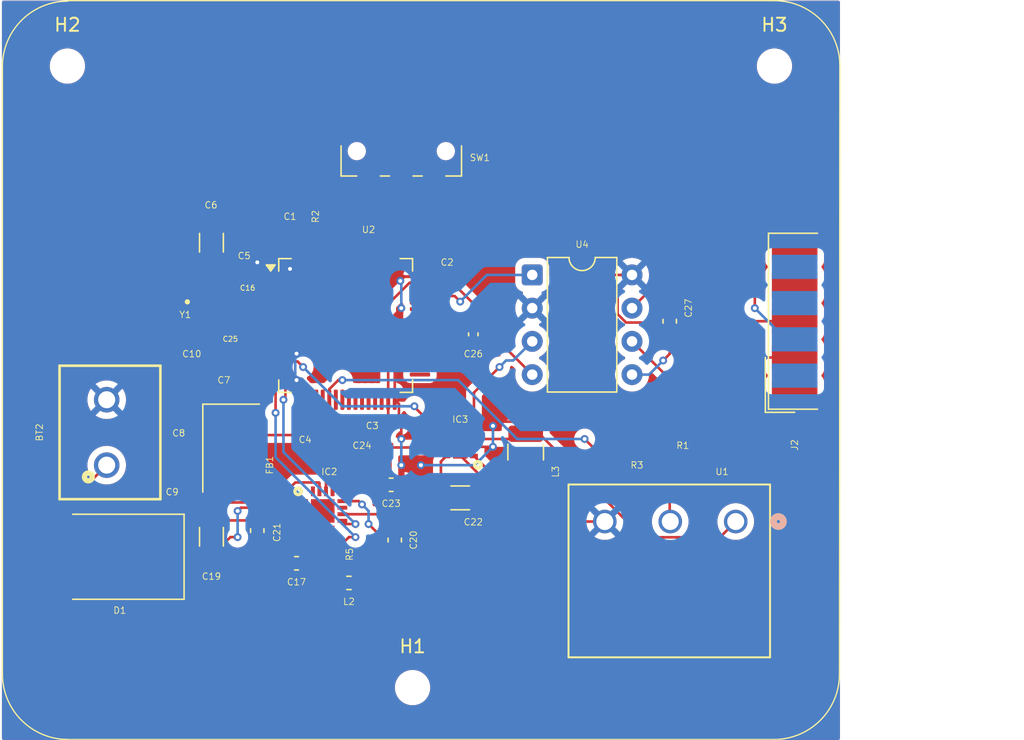
<source format=kicad_pcb>
(kicad_pcb (version 20241229) (generator "pcbnew") (generator_version "9.0")
  (layers (0 "F.Cu" signal) (2 "B.Cu" signal) (13 "F.Paste" user) (15 "B.Paste" user) (5 "F.SilkS" user "F.Silkscreen") (7 "B.SilkS" user "B.Silkscreen") (1 "F.Mask" user) (3 "B.Mask" user) (25 "Edge.Cuts" user))
  (net 0 "")
  (net 1 "GND")
  (net 2 "+3.3V")
  (net 3 "+3.3VA")
  (net 4 "/NRST")
  (net 5 "Net-(U2-PH0)")
  (net 6 "Net-(C17-Pad2)")
  (net 7 "+5V")
  (net 8 "/Bat")
  (net 9 "Net-(IC2-BST)")
  (net 10 "Net-(IC2-VSW_2)")
  (net 11 "Net-(U2-VCAP_1)")
  (net 12 "Net-(U2-PH1)")
  (net 13 "/CAN_RXD")
  (net 14 "Net-(U4-SPLIT)")
  (net 16 "/EN")
  (net 23 "/PG")
  (net 25 "/BYP")
  (net 26 "Net-(IC3-SW)")
  (net 30 "Net-(U4-CANH)")
  (net 32 "Net-(U4-CANL)")
  (net 35 "Net-(U1-Signal)")
  (net 36 "/BOOT0")
  (net 37 "/SWBOOT0")
  (net 38 "/ADC")
  (net 59 "/CAN_TXD")
  (net 82 "Net-(BT2-+)")
  (footprint "Custom_FP:OSCCC200X160X50N" (layer "F.Cu") (at 130.91 78.76)
    (property "Reference" "Y1")
    (property "Value" "CX2016SA16000D0GSSCC")
  )
  (footprint "Capacitor_SMD:C_0201_0603Metric" (layer "F.Cu") (at 133.5 78 90)
    (property "Reference" "C16")
    (property "Value" "8pF")
  )
  (footprint "Capacitor_SMD:C_0201_0603Metric" (layer "F.Cu") (at 133.5 75.82 90)
    (property "Reference" "C5")
    (property "Value" "100n")
  )
  (footprint "Custom_FP:691137710002" (layer "F.Cu") (at 123 88 90)
    (property "Reference" "BT2")
    (property "Value" "Battery_Cell")
  )
  (footprint "Diode_SMD:D_SMC" (layer "F.Cu") (at 124 97.5 180)
    (property "Reference" "D1")
    (property "Value" "D_Schottky")
  )
  (footprint "Capacitor_SMD:C_0603_1608Metric" (layer "F.Cu") (at 166 79.5 -90)
    (property "Reference" "C27")
    (property "Value" "4700pF")
  )
  (footprint "Capacitor_SMD:C_0603_1608Metric" (layer "F.Cu") (at 145 96.225 -90)
    (property "Reference" "C20")
    (property "Value" "200nF")
  )
  (footprint "Capacitor_SMD:C_1206_3216Metric" (layer "F.Cu") (at 131 95.975 90)
    (property "Reference" "C19")
    (property "Value" "10uF")
  )
  (footprint "Inductor_SMD:L_1210_3225Metric" (layer "F.Cu") (at 155 89.5 -90)
    (property "Reference" "L3")
    (property "Value" "3.3uH")
  )
  (footprint "Crystal:Crystal_SMD_0603-4Pin_6.0x3.5mm" (layer "F.Cu") (at 132.5 89.2 -90)
    (property "Reference" "FB1")
    (property "Value" "FerriteBead")
  )
  (footprint "Capacitor_SMD:C_0201_0603Metric" (layer "F.Cu") (at 128.5 91.5 180)
    (property "Reference" "C9")
    (property "Value" "1u")
  )
  (footprint "Connector_Dsub:DSUB-9_Pins_EdgeMount_P2.77mm" (layer "F.Cu") (at 175.5425 79.5 90)
    (property "Reference" "J2")
    (property "Value" "DE9_Pins")
  )
  (footprint "Package_QFP:LQFP-64_10x10mm_P0.5mm" (layer "F.Cu") (at 141.25 79.825)
    (property "Reference" "U2")
    (property "Value" "STM32F446RETx")
  )
  (footprint "Capacitor_SMD:C_0201_0603Metric" (layer "F.Cu") (at 133.5 79.82 90)
    (property "Reference" "C25")
    (property "Value" "8pF")
  )
  (footprint "MountingHole:MountingHole_2.2mm_M2" (layer "F.Cu") (at 146.36 107.5)
    (property "Reference" "H1")
    (property "Value" "MountingHole")
  )
  (footprint "Resistor_SMD:R_0201_0603Metric" (layer "F.Cu") (at 140.5 97.32 -90)
    (property "Reference" "R5")
    (property "Value" "10K")
  )
  (footprint "Capacitor_SMD:C_0201_0603Metric" (layer "F.Cu") (at 144.345 89)
    (property "Reference" "C24")
    (property "Value" "4.7uF")
  )
  (footprint "Capacitor_SMD:C_0201_0603Metric" (layer "F.Cu") (at 131.5 82 180)
    (property "Reference" "C10")
    (property "Value" "100n")
  )
  (footprint "Capacitor_SMD:C_1206_3216Metric" (layer "F.Cu") (at 150 93 180)
    (property "Reference" "C22")
    (property "Value" "10uF")
  )
  (footprint "Capacitor_SMD:C_0201_0603Metric" (layer "F.Cu") (at 133 83.5 90)
    (property "Reference" "C7")
    (property "Value" "10n")
  )
  (footprint "Capacitor_SMD:C_0402_1005Metric" (layer "F.Cu") (at 151 80.5 -90)
    (property "Reference" "C26")
    (property "Value" "30pF")
  )
  (footprint "Resistor_SMD:R_0201_0603Metric" (layer "F.Cu") (at 164.5 90.155 -90)
    (property "Reference" "R3")
    (property "Value" "6.2k")
  )
  (footprint "Custom_FP:TPS61291DRVR" (layer "F.Cu") (at 150 89.15 180)
    (property "Reference" "IC3")
    (property "Value" "TPS61291DRVR" (hide yes))
  )
  (footprint "Button_Switch_SMD:SW_SPDT_CK_JS102011SAQN" (layer "F.Cu") (at 145.5 66.5 180)
    (property "Reference" "SW1")
    (property "Value" "BootSW")
  )
  (footprint "Custom_FP:CONN_1988817" (layer "F.Cu") (at 160.891416 94.81 180)
    (property "Reference" "U1")
    (property "Value" "Texense_VR-TA-G")
  )
  (footprint "Capacitor_SMD:C_0201_0603Metric" (layer "F.Cu") (at 145 87.5 180)
    (property "Reference" "C3")
    (property "Value" "100n")
  )
  (footprint "Capacitor_SMD:C_0201_0603Metric" (layer "F.Cu") (at 128.5 87 180)
    (property "Reference" "C8")
    (property "Value" "1u")
  )
  (footprint "Capacitor_SMD:C_0603_1608Metric" (layer "F.Cu") (at 134.5 95.5 90)
    (property "Reference" "C21")
    (property "Value" "22uF")
  )
  (footprint "Capacitor_SMD:C_0603_1608Metric" (layer "F.Cu") (at 144.725 92 180)
    (property "Reference" "C23")
    (property "Value" "22uF")
  )
  (footprint "Inductor_SMD:L_0603_1608Metric" (layer "F.Cu") (at 141.5 99.5 180)
    (property "Reference" "L2")
    (property "Value" "4.7uH")
  )
  (footprint "Capacitor_SMD:C_0201_0603Metric" (layer "F.Cu") (at 137.5 72.5)
    (property "Reference" "C1")
    (property "Value" "100n")
  )
  (footprint "Capacitor_SMD:C_0201_0603Metric" (layer "F.Cu") (at 138.155 87.5 180)
    (property "Reference" "C4")
    (property "Value" "100n")
  )
  (footprint "MountingHole:MountingHole_2.2mm_M2" (layer "F.Cu") (at 174 60)
    (property "Reference" "H3")
    (property "Value" "MountingHole")
  )
  (footprint "Capacitor_SMD:C_1206_3216Metric" (layer "F.Cu") (at 131 73.5 -90)
    (property "Reference" "C6")
    (property "Value" "10u")
  )
  (footprint "Custom_FP:TS30011-M050QFNR" (layer "F.Cu") (at 139.5 94)
    (property "Reference" "IC2")
    (property "Value" "TS30011-M050QFNR" (hide yes))
  )
  (footprint "Resistor_SMD:R_0201_0603Metric" (layer "F.Cu") (at 140 71.5 90)
    (property "Reference" "R2")
    (property "Value" "10K")
  )
  (footprint "Package_DIP:DIP-8_W7.62mm" (layer "F.Cu") (at 155.5 75.96)
    (property "Reference" "U4")
    (property "Value" "MCP2561-E-P" (hide yes))
  )
  (footprint "Resistor_SMD:R_0201_0603Metric" (layer "F.Cu") (at 166 89.655 90)
    (property "Reference" "R1")
    (property "Value" "3.3k")
  )
  (footprint "Capacitor_SMD:C_0201_0603Metric" (layer "F.Cu") (at 149 76.5 -90)
    (property "Reference" "C2")
    (property "Value" "100n")
  )
  (footprint "MountingHole:MountingHole_2.2mm_M2" (layer "F.Cu") (at 120 60)
    (property "Reference" "H2")
    (property "Value" "MountingHole")
  )
  (footprint "Capacitor_SMD:C_0603_1608Metric" (layer "F.Cu") (at 137.5 98 180)
    (property "Reference" "C17")
    (property "Value" "22uF")
  )
  (gr_arc (start 178.964466 106.464466) (mid 177.5 110) (end 173.964466 111.464466) (stroke (width 0.1)) (layer "F.SilkS"))
  (gr_arc (start 115.035534 60.035534) (mid 116.5 56.5) (end 120.035534 55.035534) (stroke (width 0.1)) (layer "F.SilkS"))
  (gr_line (start 174 55) (end 120.035534 55) (stroke (width 0.1)) (layer "F.SilkS"))
  (gr_line (start 115.035534 60.03553) (end 115.035534 106.5) (stroke (width 0.1)) (layer "F.SilkS"))
  (gr_arc (start 174 55) (mid 177.535534 56.464466) (end 179 60) (stroke (width 0.1)) (layer "F.SilkS"))
  (gr_line (start 119.5 111.464465) (end 173.964466 111.464465) (stroke (width 0.1)) (layer "F.SilkS"))
  (gr_line (start 179 60) (end 178.964465 106.464466) (stroke (width 0.1)) (layer "F.SilkS"))
  (gr_arc (start 120.035534 111.464466) (mid 116.5 110) (end 115.035534 106.464466) (stroke (width 0.1)) (layer "F.SilkS"))
  (segment (start 131.525 75.5) (end 131 74.975) (width 0.2) (layer "F.Cu") (net 1))
  (segment (start 165.124 79.601) (end 166 78.725) (width 0.2) (layer "F.Cu") (net 1))
  (segment (start 131.225 94.725) (end 131 94.5) (width 0.2) (layer "F.Cu") (net 1))
  (segment (start 137.835 87.34013) (end 137.835 87.5) (width 0.2) (layer "F.Cu") (net 1))
  (segment (start 128.18 87) (end 128.18 91.5) (width 0.2) (layer "F.Cu") (net 1))
  (segment (start 131.5 78.05057) (end 131.5 78.02) (width 0.2) (layer "F.Cu") (net 1))
  (segment (start 148.95 89.15) (end 144.815 89.15) (width 0.2) (layer "F.Cu") (net 1))
  (segment (start 161.041784 94.81) (end 155.04616 94.81) (width 0.2) (layer "F.Cu") (net 1))
  (segment (start 151 78.150057) (end 151 80.02) (width 0.2) (layer "F.Cu") (net 1))
  (segment (start 163.12 75.96) (end 158.04 75.96) (width 0.2) (layer "F.Cu") (net 1))
  (segment (start 131.5 78.02) (end 131.5 78.28943) (width 0.2) (layer "F.Cu") (net 1))
  (segment (start 138 85.5) (end 138 87.17513) (width 0.2) (layer "F.Cu") (net 1))
  (segment (start 134 75.5) (end 134.5 75) (width 0.2) (layer "F.Cu") (net 1))
  (segment (start 155.04616 94.81) (end 150 89.76384) (width 0.2) (layer "F.Cu") (net 1))
  (segment (start 162.019 78.95605) (end 162.66395 79.601) (width 0.2) (layer "F.Cu") (net 1))
  (segment (start 128.18 91.5) (end 128.18 91.300001) (width 0.2) (layer "F.Cu") (net 1))
  (segment (start 143.95 92) (end 144.665 91.285) (width 0.2) (layer "F.Cu") (net 1))
  (segment (start 138 74.958824) (end 138 74.15) (width 0.2) (layer "F.Cu") (net 1))
  (segment (start 129.624 76.351) (end 129.624 78.53457) (width 0.2) (layer "F.Cu") (net 1))
  (segment (start 128.18 91.300001) (end 131.279001 88.201) (width 0.2) (layer "F.Cu") (net 1))
  (segment (start 137.82 72.5) (end 138 72.68) (width 0.2) (layer "F.Cu") (net 1))
  (segment (start 137.5 84) (end 138 84.5) (width 0.2) (layer "F.Cu") (net 1))
  (segment (start 133.5 78.32) (end 131.8 78.32) (width 0.2) (layer "F.Cu") (net 1))
  (segment (start 148.525 93) (end 148.525 90.225) (width 0.2) (layer "F.Cu") (net 1))
  (segment (start 162.019 77.061) (end 162.019 78.95605) (width 0.2) (layer "F.Cu") (net 1))
  (segment (start 166 78.725) (end 166.775 79.5) (width 0.2) (layer "F.Cu") (net 1))
  (segment (start 150 89.76384) (end 150 89.15) (width 0.2) (layer "F.Cu") (net 1))
  (segment (start 162.66395 79.601) (end 165.124 79.601) (width 0.2) (layer "F.Cu") (net 1))
  (segment (start 137.097396 81.575) (end 137.497396 81.975) (width 0.2) (layer "F.Cu") (net 1))
  (segment (start 144.815 89.15) (end 144.665 89) (width 0.2) (layer "F.Cu") (net 1))
  (segment (start 137.975 94.725) (end 138 94.75) (width 0.2) (layer "F.Cu") (net 1))
  (segment (start 133 82.14303) (end 133 83.18) (width 0.2) (layer "F.Cu") (net 1))
  (segment (start 147.978824 76.82) (end 147.733824 76.575) (width 0.2) (layer "F.Cu") (net 1))
  (segment (start 130.78457 78.766) (end 131.5 78.05057) (width 0.2) (layer "F.Cu") (net 1))
  (segment (start 129.85543 78.766) (end 130.78457 78.766) (width 0.2) (layer "F.Cu") (net 1))
  (segment (start 149.669943 76.82) (end 151 78.150057) (width 0.2) (layer "F.Cu") (net 1))
  (segment (start 130.32 79.5) (end 130.32 81.14) (width 0.2) (layer "F.Cu") (net 1))
  (segment (start 124.5 87) (end 123 85.5) (width 0.2) (layer "F.Cu") (net 1))
  (segment (start 148 69.25) (end 149.669943 70.919943) (width 0.2) (layer "F.Cu") (net 1))
  (segment (start 153.98 80.02) (end 155.5 78.5) (width 0.2) (layer "F.Cu") (net 1))
  (segment (start 131.18 82.199999) (end 131.18 82) (width 0.2) (layer "F.Cu") (net 1))
  (segment (start 149 76.82) (end 149.669943 76.82) (width 0.2) (layer "F.Cu") (net 1))
  (segment (start 135.575 81.575) (end 133.56803 81.575) (width 0.2) (layer "F.Cu") (net 1))
  (segment (start 166.775 79.5) (end 175.5425 79.5) (width 0.2) (layer "F.Cu") (net 1))
  (segment (start 128.18 91.68) (end 128.18 91.5) (width 0.2) (layer "F.Cu") (net 1))
  (segment (start 132.160001 83.18) (end 131.18 82.199999) (width 0.2) (layer "F.Cu") (net 1))
  (segment (start 133.394 80.246) (end 130.621 80.246) (width 0.2) (layer "F.Cu") (net 1))
  (segment (start 144.5 85.5) (end 144.5 87.32) (width 0.2) (layer "F.Cu") (net 1))
  (segment (start 151 80.02) (end 153.98 80.02) (width 0.2) (layer "F.Cu") (net 1))
  (segment (start 130.32 79.945) (end 130.32 79.5) (width 0.2) (layer "F.Cu") (net 1))
  (segment (start 131.5 78.28943) (end 130.32 79.46943) (width 0.2) (layer "F.Cu") (net 1))
  (segment (start 134.5 94.725) (end 137.975 94.725) (width 0.2) (layer "F.Cu") (net 1))
  (segment (start 139.25 91.873) (end 139.201 91.824) (width 0.2) (layer "F.Cu") (net 1))
  (segment (start 131.8 78.32) (end 131.5 78.02) (width 0.2) (layer "F.Cu") (net 1))
  (segment (start 132.151 93.349) (end 131 94.5) (width 0.2) (layer "F.Cu") (net 1))
  (segment (start 143.774 91.824) (end 139.799 91.824) (width 0.2) (layer "F.Cu") (net 1))
  (segment (start 144.5 87.32) (end 144.68 87.5) (width 0.2) (layer "F.Cu") (net 1))
  (segment (start 139.201 91.824) (end 137.401 91.824) (width 0.2) (layer "F.Cu") (net 1))
  (segment (start 130.32 79.46943) (end 130.32 79.5) (width 0.2) (layer "F.Cu") (net 1))
  (segment (start 135.876 93.349) (end 132.151 93.349) (width 0.2) (layer "F.Cu") (net 1))
  (segment (start 158.04 75.96) (end 155.5 78.5) (width 0.2) (layer "F.Cu") (net 1))
  (segment (start 133.56803 81.575) (end 133 82.14303) (width 0.2) (layer "F.Cu") (net 1))
  (segment (start 146.925 76.575) (end 146.116176 76.575) (width 0.2) (layer "F.Cu") (net 1))
  (segment (start 133.5 80.14) (end 133.394 80.246) (width 0.2) (layer "F.Cu") (net 1))
  (segment (start 139.25 92.5) (end 139.25 91.873) (width 0.2) (layer "F.Cu") (net 1))
  (segment (start 133.5 75.5) (end 134 75.5) (width 0.2) (layer "F.Cu") (net 1))
  (segment (start 133 83.18) (end 132.160001 83.18) (width 0.2) (layer "F.Cu") (net 1))
  (segment (start 150 89.15) (end 148.95 89.15) (width 0.2) (layer "F.Cu") (net 1))
  (segment (start 129.624 78.53457) (end 129.85543 78.766) (width 0.2) (layer "F.Cu") (net 1))
  (segment (start 146.116176 76.575) (end 144.5 78.191176) (width 0.2) (layer "F.Cu") (net 1))
  (segment (start 134.5 94.725) (end 131.225 94.725) (width 0.2) (layer "F.Cu") (net 1))
  (segment (start 133.5 75.5) (end 131.525 75.5) (width 0.2) (layer "F.Cu") (net 1))
  (segment (start 135.575 81.575) (end 137.097396 81.575) (width 0.2) (layer "F.Cu") (net 1))
  (segment (start 163.12 75.96) (end 162.019 77.061) (width 0.2) (layer "F.Cu") (net 1))
  (segment (start 148.525 90.225) (end 148.95 89.8) (width 0.2) (layer "F.Cu") (net 1))
  (segment (start 139.799 91.824) (end 139.75 91.873) (width 0.2) (layer "F.Cu") (net 1))
  (segment (start 128.18 91.699999) (end 128.18 91.5) (width 0.2) (layer "F.Cu") (net 1))
  (segment (start 137.401 91.824) (end 135.876 93.349) (width 0.2) (layer "F.Cu") (net 1))
  (segment (start 137 75.5) (end 137.458824 75.5) (width 0.2) (layer "F.Cu") (net 1))
  (segment (start 131.279001 88.201) (end 137.134 88.201) (width 0.2) (layer "F.Cu") (net 1))
  (segment (start 128.18 87) (end 124.5 87) (width 0.2) (layer "F.Cu") (net 1))
  (segment (start 138 84.5) (end 138 85.5) (width 0.2) (layer "F.Cu") (net 1))
  (segment (start 144.665 91.285) (end 144.665 89) (width 0.2) (layer "F.Cu") (net 1))
  (segment (start 143.95 92) (end 143.774 91.824) (width 0.2) (layer "F.Cu") (net 1))
  (segment (start 138 87.17513) (end 137.835 87.34013) (width 0.2) (layer "F.Cu") (net 1))
  (segment (start 137.134 88.201) (end 137.835 87.5) (width 0.2) (layer "F.Cu") (net 1))
  (segment (start 144.5 78.191176) (end 144.5 85.5) (width 0.2) (layer "F.Cu") (net 1))
  (segment (start 139.75 91.873) (end 139.75 92.5) (width 0.2) (layer "F.Cu") (net 1))
  (segment (start 131 94.5) (end 128.18 91.68) (width 0.2) (layer "F.Cu") (net 1))
  (segment (start 130.621 80.246) (end 130.32 79.945) (width 0.2) (layer "F.Cu") (net 1))
  (segment (start 137.458824 75.5) (end 138 74.958824) (width 0.2) (layer "F.Cu") (net 1))
  (segment (start 149 76.82) (end 147.978824 76.82) (width 0.2) (layer "F.Cu") (net 1))
  (segment (start 149.669943 70.919943) (end 149.669943 76.82) (width 0.2) (layer "F.Cu") (net 1))
  (segment (start 147.733824 76.575) (end 146.925 76.575) (width 0.2) (layer "F.Cu") (net 1))
  (segment (start 138 72.68) (end 138 74.15) (width 0.2) (layer "F.Cu") (net 1))
  (segment (start 131 74.975) (end 129.624 76.351) (width 0.2) (layer "F.Cu") (net 1))
  (segment (start 130.32 81.14) (end 131.18 82) (width 0.2) (layer "F.Cu") (net 1))
  (via (at 137 75.5) (size 0.6) (drill 0.3) (layers "F.Cu" "B.Cu") (net 1))
  (via (at 137.5 84) (size 0.6) (drill 0.3) (layers "F.Cu" "B.Cu") (net 1))
  (via (at 134.5 75) (size 0.6) (drill 0.3) (layers "F.Cu" "B.Cu") (net 1))
  (via (at 137.497396 81.975) (size 0.6) (drill 0.3) (layers "F.Cu" "B.Cu") (net 1))
  (segment (start 134.5 75) (end 136.5 75) (width 0.2) (layer "B.Cu") (net 1))
  (segment (start 137.497396 81.975) (end 137.399 82.073396) (width 0.2) (layer "B.Cu") (net 1))
  (segment (start 137.399 83.899) (end 137.5 84) (width 0.2) (layer "B.Cu") (net 1))
  (segment (start 136.5 75) (end 137 75.5) (width 0.2) (layer "B.Cu") (net 1))
  (segment (start 137.399 82.073396) (end 137.399 83.899) (width 0.2) (layer "B.Cu") (net 1))
  (segment (start 131.3 91.4) (end 133.2 89.5) (width 0.2) (layer "F.Cu") (net 2))
  (segment (start 131.2 91.5) (end 131.3 91.4) (width 0.2) (layer "F.Cu") (net 2))
  (segment (start 133.5 76.14) (end 133.565 76.075) (width 0.2) (layer "F.Cu") (net 2))
  (segment (start 133.565 76.075) (end 135.575 76.075) (width 0.2) (layer "F.Cu") (net 2))
  (segment (start 131 72.025) (end 136.705 72.025) (width 0.2) (layer "F.Cu") (net 2))
  (segment (start 137.18 72.300001) (end 137.18 72.5) (width 0.2) (layer "F.Cu") (net 2))
  (segment (start 143 69.25) (end 140.230001 69.25) (width 0.2) (layer "F.Cu") (net 2))
  (segment (start 138.475 87.699999) (end 138.475 87.5) (width 0.2) (layer "F.Cu") (net 2))
  (segment (start 152.5 89.1) (end 151.1 89.1) (width 0.2) (layer "F.Cu") (net 2))
  (segment (start 145.5 88.5) (end 145.5 87.68) (width 0.2) (layer "F.Cu") (net 2))
  (segment (start 133.2 89.5) (end 136.674999 89.5) (width 0.2) (layer "F.Cu") (net 2))
  (segment (start 140.230001 69.25) (end 137.18 72.300001) (width 0.2) (layer "F.Cu") (net 2))
  (segment (start 145.5 90.5) (end 147 90.5) (width 0.2) (layer "F.Cu") (net 2))
  (segment (start 145.32 85.82) (end 145.32 87.5) (width 0.2) (layer "F.Cu") (net 2))
  (segment (start 137.18 73.83) (end 137.18 72.5) (width 0.2) (layer "F.Cu") (net 2))
  (segment (start 137.5 74.15) (end 137.18 73.83) (width 0.2) (layer "F.Cu") (net 2))
  (segment (start 145 79) (end 145.5 78.5) (width 0.2) (layer "F.Cu") (net 2))
  (segment (start 138.475 87.5) (end 138.475 85.525) (width 0.2) (layer "F.Cu") (net 2))
  (segment (start 135.575 76.075) (end 135.601 76.101) (width 0.2) (layer "F.Cu") (net 2))
  (segment (start 145.421323 76.421323) (end 145.767646 76.075) (width 0.2) (layer "F.Cu") (net 2))
  (segment (start 145 85.5) (end 145 79) (width 0.2) (layer "F.Cu") (net 2))
  (segment (start 163.839 87.174) (end 152.826 87.174) (width 0.2) (layer "F.Cu") (net 2))
  (segment (start 145 85.5) (end 145.32 85.82) (width 0.2) (layer "F.Cu") (net 2))
  (segment (start 128.82 91.5) (end 131.2 91.5) (width 0.2) (layer "F.Cu") (net 2))
  (segment (start 148.895 76.075) (end 146.925 76.075) (width 0.2) (layer "F.Cu") (net 2))
  (segment (start 145.5 87.68) (end 145.32 87.5) (width 0.2) (layer "F.Cu") (net 2))
  (segment (start 138.475 85.525) (end 138.5 85.5) (width 0.2) (layer "F.Cu") (net 2))
  (segment (start 136.674999 89.5) (end 138.475 87.699999) (width 0.2) (layer "F.Cu") (net 2))
  (segment (start 136.705 72.025) (end 137.18 72.5) (width 0.2) (layer "F.Cu") (net 2))
  (segment (start 166 89.335) (end 163.839 87.174) (width 0.2) (layer "F.Cu") (net 2))
  (segment (start 145.5 92) (end 145.5 90.5) (width 0.2) (layer "F.Cu") (net 2))
  (segment (start 145.767646 76.075) (end 146.925 76.075) (width 0.2) (layer "F.Cu") (net 2))
  (segment (start 149 76.18) (end 148.895 76.075) (width 0.2) (layer "F.Cu") (net 2))
  (segment (start 146.899 76.101) (end 146.925 76.075) (width 0.2) (layer "F.Cu") (net 2))
  (segment (start 135.601 76.101) (end 146.899 76.101) (width 0.2) (layer "F.Cu") (net 2))
  (segment (start 151.1 89.1) (end 151.05 89.15) (width 0.2) (layer "F.Cu") (net 2))
  (segment (start 135.575 76.075) (end 137.5 74.15) (width 0.2) (layer "F.Cu") (net 2))
  (segment (start 152.826 87.174) (end 152.5 87.5) (width 0.2) (layer "F.Cu") (net 2))
  (via (at 145.421323 76.421323) (size 0.6) (drill 0.3) (layers "F.Cu" "B.Cu") (net 2))
  (via (at 145.5 78.5) (size 0.6) (drill 0.3) (layers "F.Cu" "B.Cu") (net 2))
  (via (at 152.5 87.5) (size 0.6) (drill 0.3) (layers "F.Cu" "B.Cu") (net 2))
  (via (at 147 90.5) (size 0.6) (drill 0.3) (layers "F.Cu" "B.Cu") (net 2))
  (via (at 145.5 88.5) (size 0.6) (drill 0.3) (layers "F.Cu" "B.Cu") (net 2))
  (via (at 152.5 89.1) (size 0.6) (drill 0.3) (layers "F.Cu" "B.Cu") (net 2))
  (via (at 145.5 90.5) (size 0.6) (drill 0.3) (layers "F.Cu" "B.Cu") (net 2))
  (segment (start 147 90.5) (end 151.1 90.5) (width 0.2) (layer "B.Cu") (net 2))
  (segment (start 151.1 90.5) (end 152.5 89.1) (width 0.2) (layer "B.Cu") (net 2))
  (segment (start 145.5 76.5) (end 145.421323 76.421323) (width 0.2) (layer "B.Cu") (net 2))
  (segment (start 152.5 87.5) (end 152.5 89.1) (width 0.2) (layer "B.Cu") (net 2))
  (segment (start 145.5 78.5) (end 145.5 76.5) (width 0.2) (layer "B.Cu") (net 2))
  (segment (start 145.5 90.5) (end 145.5 88.5) (width 0.2) (layer "B.Cu") (net 2))
  (segment (start 135.575 82.075) (end 134.766176 82.075) (width 0.2) (layer "F.Cu") (net 3))
  (segment (start 133.501 83.518999) (end 133.199999 83.82) (width 0.2) (layer "F.Cu") (net 3))
  (segment (start 133.501 83.340176) (end 133.501 83.518999) (width 0.2) (layer "F.Cu") (net 3))
  (segment (start 134.766176 82.075) (end 133.501 83.340176) (width 0.2) (layer "F.Cu") (net 3))
  (segment (start 131.3 87) (end 128.82 87) (width 0.2) (layer "F.Cu") (net 3))
  (segment (start 133.199999 83.82) (end 133 83.82) (width 0.2) (layer "F.Cu") (net 3))
  (segment (start 133 85.3) (end 131.3 87) (width 0.2) (layer "F.Cu") (net 3))
  (segment (start 133 83.82) (end 133 85.3) (width 0.2) (layer "F.Cu") (net 3))
  (segment (start 135.575 79.075) (end 134.76713 79.075) (width 0.2) (layer "F.Cu") (net 4))
  (segment (start 134.001 80.43887) (end 132.43987 82) (width 0.2) (layer "F.Cu") (net 4))
  (segment (start 134.001 79.84113) (end 134.001 80.43887) (width 0.2) (layer "F.Cu") (net 4))
  (segment (start 134.76713 79.075) (end 134.001 79.84113) (width 0.2) (layer "F.Cu") (net 4))
  (segment (start 132.43987 82) (end 131.82 82) (width 0.2) (layer "F.Cu") (net 4))
  (segment (start 135.575 78.075) (end 134.05487 78.075) (width 0.2) (layer "F.Cu") (net 5))
  (segment (start 130.32 77.575) (end 130.715 77.18) (width 0.2) (layer "F.Cu") (net 5))
  (segment (start 133 77.18) (end 133.5 77.68) (width 0.2) (layer "F.Cu") (net 5))
  (segment (start 130.32 78.02) (end 130.32 77.575) (width 0.2) (layer "F.Cu") (net 5))
  (segment (start 133.65987 77.68) (end 133.5 77.68) (width 0.2) (layer "F.Cu") (net 5))
  (segment (start 134.05487 78.075) (end 133.65987 77.68) (width 0.2) (layer "F.Cu") (net 5))
  (segment (start 130.715 77.18) (end 133 77.18) (width 0.2) (layer "F.Cu") (net 5))
  (segment (start 136.225 98) (end 134.5 96.275) (width 0.2) (layer "F.Cu") (net 6))
  (segment (start 136.725 98) (end 136.225 98) (width 0.2) (layer "F.Cu") (net 6))
  (segment (start 151.05 88.5) (end 151.05 84.95) (width 0.2) (layer "F.Cu") (net 7))
  (segment (start 171.041784 94.81) (end 169.839084 96.0127) (width 0.2) (layer "F.Cu") (net 7))
  (segment (start 163.945359 96.0127) (end 156.032659 88.1) (width 0.2) (layer "F.Cu") (net 7))
  (segment (start 151.05 84.95) (end 153 83) (width 0.2) (layer "F.Cu") (net 7))
  (segment (start 140.5 99.2875) (end 140.7125 99.5) (width 0.2) (layer "F.Cu") (net 7))
  (segment (start 140.5 97.64) (end 140.5 99.2875) (width 0.2) (layer "F.Cu") (net 7))
  (segment (start 141.4885 100.276) (end 140.7125 99.5) (width 0.2) (layer "F.Cu") (net 7))
  (segment (start 144.199 100.276) (end 141.4885 100.276) (width 0.2) (layer "F.Cu") (net 7))
  (segment (start 154.6 88.5) (end 155 88.1) (width 0.2) (layer "F.Cu") (net 7))
  (segment (start 156.032659 88.1) (end 155 88.1) (width 0.2) (layer "F.Cu") (net 7))
  (segment (start 138.275 95.975) (end 138.75 95.5) (width 0.2) (layer "F.Cu") (net 7))
  (segment (start 138.275 98) (end 138.275 95.975) (width 0.2) (layer "F.Cu") (net 7))
  (segment (start 138.635 97.64) (end 138.275 98) (width 0.2) (layer "F.Cu") (net 7))
  (segment (start 151.475 93) (end 144.199 100.276) (width 0.2) (layer "F.Cu") (net 7))
  (segment (start 151.05 88.5) (end 154.6 88.5) (width 0.2) (layer "F.Cu") (net 7))
  (segment (start 140.5 97.64) (end 138.635 97.64) (width 0.2) (layer "F.Cu") (net 7))
  (segment (start 169.839084 96.0127) (end 163.945359 96.0127) (width 0.2) (layer "F.Cu") (net 7))
  (via (at 153 83) (size 0.6) (drill 0.3) (layers "F.Cu" "B.Cu") (net 7))
  (segment (start 153 83) (end 153.5 82.5) (width 0.2) (layer "B.Cu") (net 7))
  (segment (start 154.04 82.5) (end 155.5 81.04) (width 0.2) (layer "B.Cu") (net 7))
  (segment (start 153.5 82.5) (end 154.04 82.5) (width 0.2) (layer "B.Cu") (net 7))
  (segment (start 130.95 97.5) (end 131 97.45) (width 0.2) (layer "F.Cu") (net 8))
  (segment (start 132.45 96) (end 131 97.45) (width 0.2) (layer "F.Cu") (net 8))
  (segment (start 133.25 93.75) (end 133 94) (width 0.2) (layer "F.Cu") (net 8))
  (segment (start 138 93.75) (end 133.25 93.75) (width 0.2) (layer "F.Cu") (net 8))
  (segment (start 133 96) (end 132.45 96) (width 0.2) (layer "F.Cu") (net 8))
  (segment (start 127.4 97.5) (end 130.95 97.5) (width 0.2) (layer "F.Cu") (net 8))
  (via (at 133 96) (size 0.6) (drill 0.3) (layers "F.Cu" "B.Cu") (net 8))
  (via (at 133 94) (size 0.6) (drill 0.3) (layers "F.Cu" "B.Cu") (net 8))
  (segment (start 133 94) (end 133 96) (width 0.2) (layer "B.Cu") (net 8))
  (segment (start 144.95 95.45) (end 145 95.45) (width 0.2) (layer "F.Cu") (net 9))
  (segment (start 143.75 94.25) (end 144.95 95.45) (width 0.2) (layer "F.Cu") (net 9))
  (segment (start 141 94.25) (end 143.75 94.25) (width 0.2) (layer "F.Cu") (net 9))
  (segment (start 142.5 99.5) (end 142.2875 99.5) (width 0.2) (layer "F.Cu") (net 10))
  (segment (start 142.5 93.5) (end 142.25 93.25) (width 0.2) (layer "F.Cu") (net 10))
  (segment (start 142.25 93.25) (end 141 93.25) (width 0.2) (layer "F.Cu") (net 10))
  (segment (start 145 97) (end 142.5 99.5) (width 0.2) (layer "F.Cu") (net 10))
  (segment (start 145 97) (end 143 95) (width 0.2) (layer "F.Cu") (net 10))
  (via (at 142.5 93.5) (size 0.6) (drill 0.3) (layers "F.Cu" "B.Cu") (net 10))
  (via (at 143 95) (size 0.6) (drill 0.3) (layers "F.Cu" "B.Cu") (net 10))
  (segment (start 143 95) (end 143 94) (width 0.2) (layer "B.Cu") (net 10))
  (segment (start 143 94) (end 142.5 93.5) (width 0.2) (layer "B.Cu") (net 10))
  (segment (start 131.5 79.5) (end 133.5 79.5) (width 0.2) (layer "F.Cu") (net 12))
  (segment (start 133.5 79.420588) (end 133.5 79.5) (width 0.2) (layer "F.Cu") (net 12))
  (segment (start 134.345588 78.575) (end 133.5 79.420588) (width 0.2) (layer "F.Cu") (net 12))
  (segment (start 135.575 78.575) (end 134.345588 78.575) (width 0.2) (layer "F.Cu") (net 12))
  (segment (start 151 80.98) (end 152.9 80.98) (width 0.2) (layer "F.Cu") (net 13))
  (segment (start 151 80.98) (end 148.095 78.075) (width 0.2) (layer "F.Cu") (net 13))
  (segment (start 152.9 80.98) (end 155.5 83.58) (width 0.2) (layer "F.Cu") (net 13))
  (segment (start 148.095 78.075) (end 146.925 78.075) (width 0.2) (layer "F.Cu") (net 13))
  (segment (start 166 80.275) (end 166 82) (width 0.2) (layer "F.Cu") (net 14))
  (segment (start 166 82) (end 165.5 82.5) (width 0.2) (layer "F.Cu") (net 14))
  (via (at 165.5 82.5) (size 0.6) (drill 0.3) (layers "F.Cu" "B.Cu") (net 14))
  (segment (start 165.5 82.5) (end 164.42 83.58) (width 0.2) (layer "B.Cu") (net 14))
  (segment (start 164.42 83.58) (end 163.12 83.58) (width 0.2) (layer "B.Cu") (net 14))
  (segment (start 136.651 85.349) (end 136.5 85.5) (width 0.2) (layer "F.Cu") (net 16))
  (segment (start 141.25 95) (end 141 94.75) (width 0.2) (layer "F.Cu") (net 16))
  (segment (start 136.651 83.342176) (end 136.651 85.349) (width 0.2) (layer "F.Cu") (net 16))
  (segment (start 142 95) (end 141.25 95) (width 0.2) (layer "F.Cu") (net 16))
  (segment (start 135.575 83.075) (end 136.383824 83.075) (width 0.2) (layer "F.Cu") (net 16))
  (segment (start 136.383824 83.075) (end 136.651 83.342176) (width 0.2) (layer "F.Cu") (net 16))
  (via (at 142 95) (size 0.6) (drill 0.3) (layers "F.Cu" "B.Cu") (net 16))
  (via (at 136.5 85.5) (size 0.6) (drill 0.3) (layers "F.Cu" "B.Cu") (net 16))
  (segment (start 136.5 85.5) (end 136.5 89.5) (width 0.2) (layer "B.Cu") (net 16))
  (segment (start 136.5 89.5) (end 142 95) (width 0.2) (layer "B.Cu") (net 16))
  (segment (start 141.5 96) (end 140.5 97) (width 0.2) (layer "F.Cu") (net 23))
  (segment (start 140.25 96.75) (end 140.5 97) (width 0.2) (layer "F.Cu") (net 23))
  (segment (start 142 96) (end 141.5 96) (width 0.2) (layer "F.Cu") (net 23))
  (segment (start 135.9 83.9) (end 135.9 86.5) (width 0.2) (layer "F.Cu") (net 23))
  (segment (start 135.575 83.575) (end 135.9 83.9) (width 0.2) (layer "F.Cu") (net 23))
  (segment (start 140.25 95.5) (end 140.25 96.75) (width 0.2) (layer "F.Cu") (net 23))
  (via (at 142 96) (size 0.6) (drill 0.3) (layers "F.Cu" "B.Cu") (net 23))
  (via (at 135.9 86.5) (size 0.6) (drill 0.3) (layers "F.Cu" "B.Cu") (net 23))
  (segment (start 135.9 89.9) (end 142 96) (width 0.2) (layer "B.Cu") (net 23))
  (segment (start 135.9 86.5) (end 135.9 89.9) (width 0.2) (layer "B.Cu") (net 23))
  (segment (start 148.95 88.5) (end 146.5 86.05) (width 0.2) (layer "F.Cu") (net 25))
  (segment (start 137.575 82.575) (end 135.575 82.575) (width 0.2) (layer "F.Cu") (net 25))
  (segment (start 146.5 86.05) (end 146.5 86) (width 0.2) (layer "F.Cu") (net 25))
  (segment (start 138 83) (end 137.575 82.575) (width 0.2) (layer "F.Cu") (net 25))
  (via (at 146.5 86) (size 0.6) (drill 0.3) (layers "F.Cu" "B.Cu") (net 25))
  (via (at 138 83) (size 0.6) (drill 0.3) (layers "F.Cu" "B.Cu") (net 25))
  (segment (start 146.5 86) (end 141 86) (width 0.2) (layer "B.Cu") (net 25))
  (segment (start 141 86) (end 138 83) (width 0.2) (layer "B.Cu") (net 25))
  (segment (start 152.15 90.9) (end 151.05 89.8) (width 0.2) (layer "F.Cu") (net 26))
  (segment (start 155 90.9) (end 152.15 90.9) (width 0.2) (layer "F.Cu") (net 26))
  (segment (start 170 75.075) (end 166.545 75.075) (width 0.2) (layer "F.Cu") (net 30))
  (segment (start 172.5 77.575) (end 172.5 78.5) (width 0.2) (layer "F.Cu") (net 30))
  (segment (start 170 75.075) (end 172.5 77.575) (width 0.2) (layer "F.Cu") (net 30))
  (segment (start 166.545 75.075) (end 163.12 78.5) (width 0.2) (layer "F.Cu") (net 30))
  (via (at 172.5 78.5) (size 0.6) (drill 0.3) (layers "F.Cu" "B.Cu") (net 30))
  (segment (start 174.885 80.885) (end 175.5425 80.885) (width 0.2) (layer "B.Cu") (net 30))
  (segment (start 172.5 78.5) (end 174.885 80.885) (width 0.2) (layer "B.Cu") (net 30))
  (segment (start 163.12 81.04) (end 166.1175 84.0375) (width 0.2) (layer "F.Cu") (net 32))
  (segment (start 170 84.0375) (end 171.7675 82.27) (width 0.2) (layer "F.Cu") (net 32))
  (segment (start 166.1175 84.0375) (end 170 84.0375) (width 0.2) (layer "F.Cu") (net 32))
  (segment (start 171.7675 82.27) (end 175.5425 82.27) (width 0.2) (layer "F.Cu") (net 32))
  (segment (start 165.5 90.475) (end 164.5 90.475) (width 0.2) (layer "F.Cu") (net 35))
  (segment (start 166 89.975) (end 165.5 90.475) (width 0.2) (layer "F.Cu") (net 35))
  (segment (start 166 94.768216) (end 166.041784 94.81) (width 0.2) (layer "F.Cu") (net 35))
  (segment (start 166 89.975) (end 166 94.768216) (width 0.2) (layer "F.Cu") (net 35))
  (segment (start 139.5 74.15) (end 139.5 71.480001) (width 0.2) (layer "F.Cu") (net 36))
  (segment (start 139.5 71.480001) (end 139.800001 71.18) (width 0.2) (layer "F.Cu") (net 36))
  (segment (start 139.800001 71.18) (end 140 71.18) (width 0.2) (layer "F.Cu") (net 36))
  (segment (start 142.93 71.82) (end 145.5 69.25) (width 0.2) (layer "F.Cu") (net 37))
  (segment (start 140 71.82) (end 142.93 71.82) (width 0.2) (layer "F.Cu") (net 37))
  (segment (start 164.5 89.835) (end 160.835 89.835) (width 0.2) (layer "F.Cu") (net 38))
  (segment (start 160.835 89.835) (end 159.5 88.5) (width 0.2) (layer "F.Cu") (net 38))
  (segment (start 141 84) (end 140.691176 84) (width 0.2) (layer "F.Cu") (net 38))
  (segment (start 140 84.691176) (end 140 85.5) (width 0.2) (layer "F.Cu") (net 38))
  (segment (start 140.691176 84) (end 140 84.691176) (width 0.2) (layer "F.Cu") (net 38))
  (via (at 159.5 88.5) (size 0.6) (drill 0.3) (layers "F.Cu" "B.Cu") (net 38))
  (via (at 141 84) (size 0.6) (drill 0.3) (layers "F.Cu" "B.Cu") (net 38))
  (segment (start 149.849943 84) (end 141 84) (width 0.2) (layer "B.Cu") (net 38))
  (segment (start 154.349943 88.5) (end 149.849943 84) (width 0.2) (layer "B.Cu") (net 38))
  (segment (start 159.5 88.5) (end 154.349943 88.5) (width 0.2) (layer "B.Cu") (net 38))
  (segment (start 149.575 77.575) (end 150 78) (width 0.2) (layer "F.Cu") (net 59))
  (segment (start 146.925 77.575) (end 149.575 77.575) (width 0.2) (layer "F.Cu") (net 59))
  (via (at 150 78) (size 0.6) (drill 0.3) (layers "F.Cu" "B.Cu") (net 59))
  (segment (start 150 78) (end 152.04 75.96) (width 0.2) (layer "B.Cu") (net 59))
  (segment (start 152.04 75.96) (end 155.5 75.96) (width 0.2) (layer "B.Cu") (net 59))
  (segment (start 120.6 97.5) (end 120.6 92.9) (width 0.2) (layer "F.Cu") (net 82))
  (segment (start 120.6 92.9) (end 123 90.5) (width 0.2) (layer "F.Cu") (net 82))
  (zone (net 2) (net_name "+3.3V") (layer "F.Cu") (priority 1) (connect_pads (clearance 0.5)) (min_thickness 0.25) (fill yes (thermal_gap 0.5) (thermal_bridge_width 0.5))
    (polygon (pts (xy 179 55) (xy 179 111.5) (xy 115 111.5) (xy 115 55)))
  )
  (zone (net 1) (net_name "GND") (layer "B.Cu") (connect_pads (clearance 0.5)) (min_thickness 0.25) (fill yes (thermal_gap 0.5) (thermal_bridge_width 0.5))
    (polygon (pts (xy 179 55) (xy 179 111.5) (xy 115 111.5) (xy 115 55)))
  )
)
</source>
